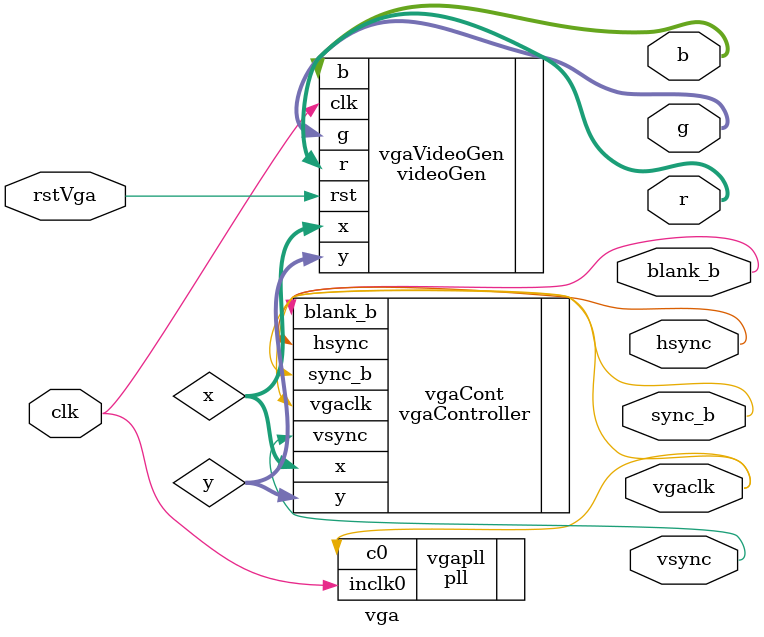
<source format=sv>
module vga(
	input clk, rstVga,
	output logic vgaclk,
	output logic hsync, vsync,
	output logic sync_b, blank_b,
	output logic [7:0] r, g, b
);
	logic [9:0] x, y;


	
	pll vgapll(
		.inclk0(clk),
		.c0(vgaclk)
	);
	
	vgaController vgaCont(
		.vgaclk(vgaclk),
		.hsync(hsync),
		.vsync(vsync),
		.sync_b(sync_b),
		.blank_b(blank_b),
		.x(x),
		.y(y)
	);
	
	videoGen vgaVideoGen(
		.clk(clk),
		.rst(rstVga),
		.x(x),
		.y(y),
		.r(r),
		.g(g),
		.b(b)
	);

endmodule
</source>
